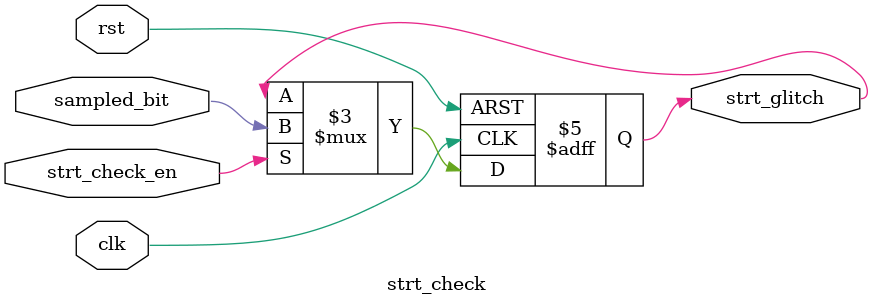
<source format=v>
module strt_check (
    input wire strt_check_en,
    input wire sampled_bit,
    input wire rst,
    input wire clk,
    output reg strt_glitch

);


always @(negedge rst or posedge clk)
    begin
        if (!rst)
            begin
                strt_glitch<=0; 
            end
        else
            begin
                if(strt_check_en)
                    strt_glitch<=sampled_bit;
            end
    end    
        
       
endmodule
</source>
